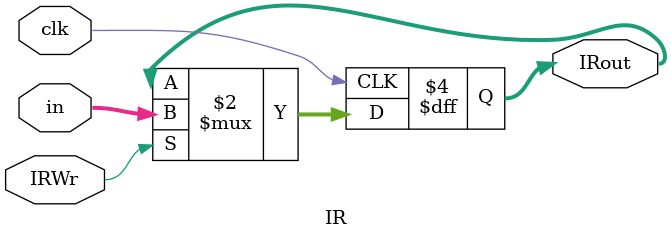
<source format=v>
`timescale 1ns / 1ps


module IR(
    input           IRWr,
    input           clk,
    input   [31:0]  in,
    output  reg [31:0]  IRout           
);
    always @(posedge clk) begin
        if (IRWr)
            IRout <= in;
    end
endmodule

</source>
